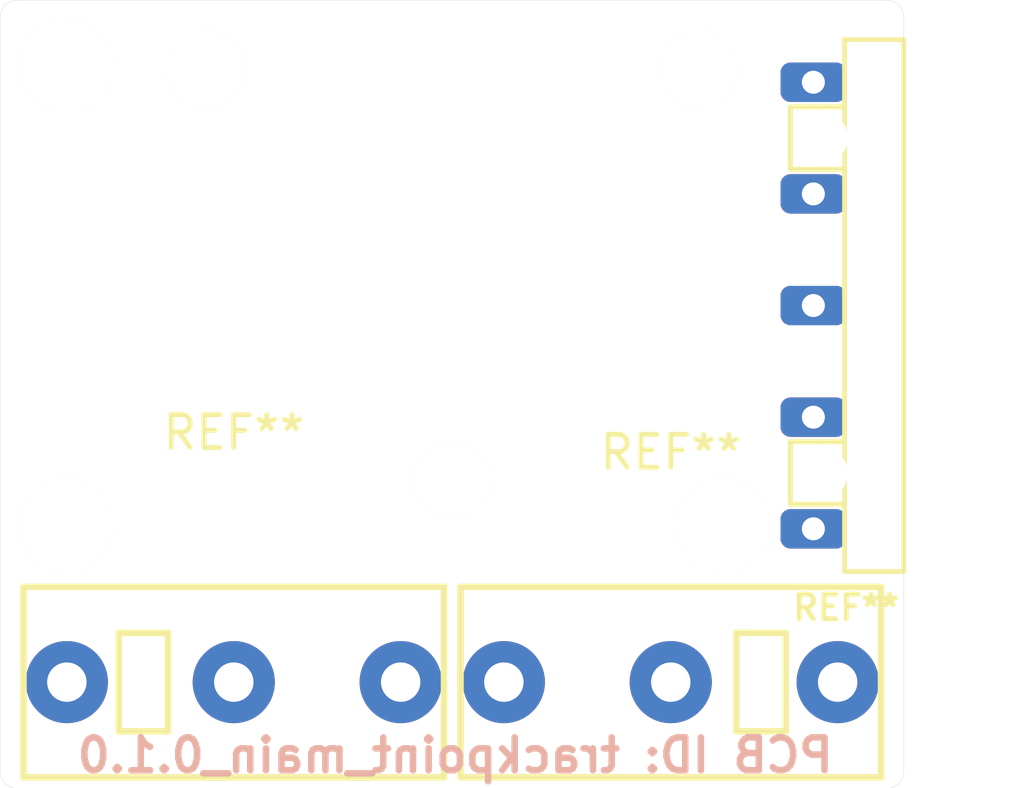
<source format=kicad_pcb>
(kicad_pcb (version 20171130) (host pcbnew 5.1.2-f72e74a~84~ubuntu18.04.1)

  (general
    (thickness 1.6)
    (drawings 9)
    (tracks 0)
    (zones 0)
    (modules 9)
    (nets 1)
  )

  (page A3)
  (title_block
    (title "UHK Trackpoint Module - Main")
    (rev 0.1.0)
    (company "Ultimate Gadget Laboratories Kft.")
  )

  (layers
    (0 F.Cu signal)
    (31 B.Cu signal)
    (32 B.Adhes user)
    (33 F.Adhes user)
    (34 B.Paste user)
    (35 F.Paste user)
    (36 B.SilkS user)
    (37 F.SilkS user)
    (38 B.Mask user)
    (39 F.Mask user)
    (40 Dwgs.User user)
    (41 Cmts.User user)
    (42 Eco1.User user)
    (43 Eco2.User user)
    (44 Edge.Cuts user)
  )

  (setup
    (last_trace_width 0.254)
    (trace_clearance 0.254)
    (zone_clearance 0.508)
    (zone_45_only no)
    (trace_min 0.254)
    (via_size 0.889)
    (via_drill 0.635)
    (via_min_size 0.889)
    (via_min_drill 0.508)
    (uvia_size 0.508)
    (uvia_drill 0.127)
    (uvias_allowed no)
    (uvia_min_size 0.508)
    (uvia_min_drill 0.127)
    (edge_width 0.1)
    (segment_width 0.2)
    (pcb_text_width 0.3)
    (pcb_text_size 1.5 1.5)
    (mod_edge_width 0.15)
    (mod_text_size 1 1)
    (mod_text_width 0.15)
    (pad_size 1.5 1.5)
    (pad_drill 0.6)
    (pad_to_mask_clearance 0)
    (aux_axis_origin 0 0)
    (visible_elements FFFFEF7F)
    (pcbplotparams
      (layerselection 0x00030_ffffffff)
      (usegerberextensions true)
      (usegerberattributes false)
      (usegerberadvancedattributes false)
      (creategerberjobfile false)
      (excludeedgelayer true)
      (linewidth 0.150000)
      (plotframeref false)
      (viasonmask false)
      (mode 1)
      (useauxorigin false)
      (hpglpennumber 1)
      (hpglpenspeed 20)
      (hpglpendiameter 15.000000)
      (psnegative false)
      (psa4output false)
      (plotreference true)
      (plotvalue true)
      (plotinvisibletext false)
      (padsonsilk false)
      (subtractmaskfromsilk false)
      (outputformat 1)
      (mirror false)
      (drillshape 1)
      (scaleselection 1)
      (outputdirectory ""))
  )

  (net 0 "")

  (net_class Default "This is the default net class."
    (clearance 0.254)
    (trace_width 0.254)
    (via_dia 0.889)
    (via_drill 0.635)
    (uvia_dia 0.508)
    (uvia_drill 0.127)
  )

  (module ugl:CMI126603D08 locked (layer F.Cu) (tedit 5CE29E9C) (tstamp 5CEDA412)
    (at 199.360001 144.268997)
    (fp_text reference REF** (at 0 -7.6) (layer F.SilkS)
      (effects (font (size 1 1) (thickness 0.15)))
    )
    (fp_text value CMI126603D08 (at 0 8.8) (layer F.Fab)
      (effects (font (size 1 1) (thickness 0.15)))
    )
    (fp_line (start -3.5 1.5) (end -3.5 -1.5) (layer F.SilkS) (width 0.2))
    (fp_line (start -2 1.5) (end -3.5 1.5) (layer F.SilkS) (width 0.2))
    (fp_line (start -2 -1.5) (end -2 1.5) (layer F.SilkS) (width 0.2))
    (fp_line (start -3.5 -1.5) (end -2 -1.5) (layer F.SilkS) (width 0.2))
    (fp_line (start 6.4 -2.9) (end 6.4 2.9) (layer F.SilkS) (width 0.2))
    (fp_line (start -6.4 2.9) (end 6.4 2.9) (layer F.SilkS) (width 0.2))
    (fp_line (start -6.4 -2.9) (end -6.4 2.9) (layer F.SilkS) (width 0.2))
    (fp_line (start 6.4 -2.9) (end -6.4 -2.9) (layer F.SilkS) (width 0.2))
    (pad 3 thru_hole circle (at 5.08 0) (size 2.5 2.5) (drill 1.2) (layers *.Cu *.Mask))
    (pad 2 thru_hole circle (at 0 0) (size 2.5 2.5) (drill 1.2) (layers *.Cu *.Mask))
    (pad 1 thru_hole circle (at -5.08 0) (size 2.5 2.5) (drill 1.2) (layers *.Cu *.Mask))
  )

  (module ugl:UHK_Male_Pogo_Pin_v2 locked (layer F.Cu) (tedit 5CCF4290) (tstamp 5CEDB663)
    (at 219.75 132.800003)
    (attr virtual)
    (fp_text reference REF** (at -1.75 9.199997) (layer F.SilkS)
      (effects (font (size 0.75 0.75) (thickness 0.15)))
    )
    (fp_text value VAL** (at 0 -9.95 180) (layer F.SilkS) hide
      (effects (font (size 0.75 0.75) (thickness 0.15)))
    )
    (fp_line (start 2.5 -9.1) (end 2.5 9.3) (layer Cmts.User) (width 0.15))
    (fp_line (start 0 9.3) (end 2.5 9.3) (layer Cmts.User) (width 0.15))
    (fp_line (start -1.8 8.1) (end -1.8 -8.1) (layer F.SilkS) (width 0.15))
    (fp_line (start 0 -9.1) (end 2.5 -9.1) (layer Cmts.User) (width 0.15))
    (fp_line (start 2.5 -7.3) (end 3 -7.3) (layer Cmts.User) (width 0.15))
    (fp_line (start 2.5 -6.3) (end 3 -6.3) (layer Cmts.User) (width 0.15))
    (fp_arc (start 3.1 -6.8) (end 3.1 -6.3) (angle -180) (layer Cmts.User) (width 0.15))
    (fp_line (start 2.5 -2.9) (end 3 -2.9) (layer Cmts.User) (width 0.15))
    (fp_line (start 2.5 -3.9) (end 3 -3.9) (layer Cmts.User) (width 0.15))
    (fp_arc (start 3.1 -3.4) (end 3.1 -2.9) (angle -180) (layer Cmts.User) (width 0.15))
    (fp_line (start 2.5 0.5) (end 3 0.5) (layer Cmts.User) (width 0.15))
    (fp_line (start 2.5 -0.5) (end 3 -0.5) (layer Cmts.User) (width 0.15))
    (fp_arc (start 3.1 0) (end 3.1 0.5) (angle -180) (layer Cmts.User) (width 0.15))
    (fp_line (start 2.5 3.9) (end 3 3.9) (layer Cmts.User) (width 0.15))
    (fp_line (start 2.5 2.9) (end 3 2.9) (layer Cmts.User) (width 0.15))
    (fp_arc (start 3.1 3.4) (end 3.1 3.9) (angle -180) (layer Cmts.User) (width 0.15))
    (fp_line (start 2.5 7.3) (end 3 7.3) (layer Cmts.User) (width 0.15))
    (fp_line (start 2.5 6.3) (end 3 6.3) (layer Cmts.User) (width 0.15))
    (fp_arc (start 3.1 6.8) (end 3.1 7.3) (angle -180) (layer Cmts.User) (width 0.15))
    (fp_line (start 0 9.3) (end 0 -9.1) (layer Cmts.User) (width 0.15))
    (fp_line (start -1.8 -8.1) (end 0 -8.1) (layer F.SilkS) (width 0.15))
    (fp_line (start 0 8.1) (end -1.8 8.1) (layer F.SilkS) (width 0.15))
    (fp_line (start -1.8 -6.05) (end -3.45 -6.05) (layer F.SilkS) (width 0.15))
    (fp_line (start -3.45 -6.05) (end -3.45 -4.15) (layer F.SilkS) (width 0.15))
    (fp_line (start -3.45 -4.15) (end -1.8 -4.15) (layer F.SilkS) (width 0.15))
    (fp_line (start -1.8 6.05) (end -3.45 6.05) (layer F.SilkS) (width 0.15))
    (fp_line (start -3.45 6.05) (end -3.45 4.15) (layer F.SilkS) (width 0.15))
    (fp_line (start -3.45 4.15) (end -1.8 4.15) (layer F.SilkS) (width 0.15))
    (fp_line (start 0 8.1) (end 0 -8.1) (layer F.SilkS) (width 0.15))
    (pad 1 thru_hole roundrect (at -2.75 -6.8) (size 2 1.2) (drill 0.7) (layers *.Cu *.Mask) (roundrect_rratio 0.25)
      (clearance 0.0762))
    (pad 2 thru_hole roundrect (at -2.75 -3.4) (size 2 1.2) (drill 0.7) (layers *.Cu *.Mask) (roundrect_rratio 0.25)
      (clearance 0.0762))
    (pad 3 thru_hole roundrect (at -2.75 0) (size 2 1.2) (drill 0.7) (layers *.Cu *.Mask) (roundrect_rratio 0.25))
    (pad 4 thru_hole roundrect (at -2.75 3.4) (size 2 1.2) (drill 0.7) (layers *.Cu *.Mask) (roundrect_rratio 0.25)
      (clearance 0.0762))
    (pad 5 thru_hole roundrect (at -2.75 6.8) (size 2 1.2) (drill 0.7) (layers *.Cu *.Mask) (roundrect_rratio 0.25)
      (clearance 0.0762))
    (pad "" np_thru_hole circle (at -2.5 -5.1) (size 1.6 1.6) (drill 1.6) (layers *.Cu *.Mask)
      (clearance 0.00254))
    (pad "" np_thru_hole circle (at -2.5 5.1 180) (size 1.6 1.6) (drill 1.6) (layers *.Cu *.Mask)
      (clearance 0.00254))
  )

  (module ugl:CMI126603D08 locked (layer F.Cu) (tedit 5CE29E9C) (tstamp 5CEDA308)
    (at 212.660004 144.268997 180)
    (fp_text reference REF** (at 0 7) (layer F.SilkS)
      (effects (font (size 1 1) (thickness 0.15)))
    )
    (fp_text value CMI126603D08 (at 0 8.8) (layer F.Fab)
      (effects (font (size 1 1) (thickness 0.15)))
    )
    (fp_line (start 6.4 -2.9) (end -6.4 -2.9) (layer F.SilkS) (width 0.2))
    (fp_line (start -6.4 -2.9) (end -6.4 2.9) (layer F.SilkS) (width 0.2))
    (fp_line (start -6.4 2.9) (end 6.4 2.9) (layer F.SilkS) (width 0.2))
    (fp_line (start 6.4 -2.9) (end 6.4 2.9) (layer F.SilkS) (width 0.2))
    (fp_line (start -3.5 -1.5) (end -2 -1.5) (layer F.SilkS) (width 0.2))
    (fp_line (start -2 -1.5) (end -2 1.5) (layer F.SilkS) (width 0.2))
    (fp_line (start -2 1.5) (end -3.5 1.5) (layer F.SilkS) (width 0.2))
    (fp_line (start -3.5 1.5) (end -3.5 -1.5) (layer F.SilkS) (width 0.2))
    (pad 1 thru_hole circle (at -5.08 0 180) (size 2.5 2.5) (drill 1.2) (layers *.Cu *.Mask))
    (pad 2 thru_hole circle (at 0 0 180) (size 2.5 2.5) (drill 1.2) (layers *.Cu *.Mask))
    (pad 3 thru_hole circle (at 5.08 0 180) (size 2.5 2.5) (drill 1.2) (layers *.Cu *.Mask))
  )

  (module UGL:hole_2.9000000953674316mm locked (layer F.Cu) (tedit 5874311E) (tstamp 5295D75B)
    (at 194.25 125.5)
    (attr virtual)
    (fp_text reference "" (at 0 0) (layer F.SilkS)
      (effects (font (size 1.27 1.27) (thickness 0.15)))
    )
    (fp_text value "" (at 0 0) (layer F.SilkS)
      (effects (font (size 1.27 1.27) (thickness 0.15)))
    )
    (pad "" np_thru_hole circle (at 0 0) (size 2.9 2.9) (drill 2.9) (layers *.Cu *.Mask F.SilkS)
      (clearance 0.00001))
  )

  (module UGL:hole_2.4000000953674316mm locked (layer F.Cu) (tedit 5874311E) (tstamp 5295D75B)
    (at 206.010002 138.119003)
    (attr virtual)
    (fp_text reference "" (at 0 0) (layer F.SilkS)
      (effects (font (size 1.27 1.27) (thickness 0.15)))
    )
    (fp_text value "" (at 0 0) (layer F.SilkS)
      (effects (font (size 1.27 1.27) (thickness 0.15)))
    )
    (pad "" np_thru_hole circle (at 0 0) (size 2.4 2.4) (drill 2.4) (layers *.Cu *.Mask F.SilkS)
      (clearance 0.00001))
  )

  (module UGL:hole_2.4000000953674316mm locked (layer F.Cu) (tedit 5874311E) (tstamp 5295D75B)
    (at 213.510002 125.619003)
    (attr virtual)
    (fp_text reference "" (at 0 0) (layer F.SilkS)
      (effects (font (size 1.27 1.27) (thickness 0.15)))
    )
    (fp_text value "" (at 0 0) (layer F.SilkS)
      (effects (font (size 1.27 1.27) (thickness 0.15)))
    )
    (pad "" np_thru_hole circle (at 0 0) (size 2.4 2.4) (drill 2.4) (layers *.Cu *.Mask F.SilkS)
      (clearance 0.00001))
  )

  (module UGL:hole_2.4000000953674316mm locked (layer F.Cu) (tedit 5874311E) (tstamp 5295D75B)
    (at 198.510002 125.619003)
    (attr virtual)
    (fp_text reference "" (at 0 0) (layer F.SilkS)
      (effects (font (size 1.27 1.27) (thickness 0.15)))
    )
    (fp_text value "" (at 0 0) (layer F.SilkS)
      (effects (font (size 1.27 1.27) (thickness 0.15)))
    )
    (pad "" np_thru_hole circle (at 0 0) (size 2.4 2.4) (drill 2.4) (layers *.Cu *.Mask F.SilkS)
      (clearance 0.00001))
  )

  (module UGL:hole_2.9000000953674316mm locked (layer F.Cu) (tedit 5874311E) (tstamp 5295D75B)
    (at 214.25 139.5)
    (attr virtual)
    (fp_text reference "" (at 0 0) (layer F.SilkS)
      (effects (font (size 1.27 1.27) (thickness 0.15)))
    )
    (fp_text value "" (at 0 0) (layer F.SilkS)
      (effects (font (size 1.27 1.27) (thickness 0.15)))
    )
    (pad "" np_thru_hole circle (at 0 0) (size 2.9 2.9) (drill 2.9) (layers *.Cu *.Mask F.SilkS)
      (clearance 0.00001))
  )

  (module UGL:hole_2.9000000953674316mm locked (layer F.Cu) (tedit 5874311E) (tstamp 5295D75B)
    (at 194.25 139.5)
    (attr virtual)
    (fp_text reference "" (at 0 0) (layer F.SilkS)
      (effects (font (size 1.27 1.27) (thickness 0.15)))
    )
    (fp_text value "" (at 0 0) (layer F.SilkS)
      (effects (font (size 1.27 1.27) (thickness 0.15)))
    )
    (pad "" np_thru_hole circle (at 0 0) (size 2.9 2.9) (drill 2.9) (layers *.Cu *.Mask F.SilkS)
      (clearance 0.00001))
  )

  (gr_text "PCB ID: trackpoint_main_0.1.0" (at 206.1 146.5) (layer B.SilkS)
    (effects (font (size 1 1) (thickness 0.2)) (justify mirror))
  )
  (gr_arc (start 192.75 124.000007) (end 192.75 123.5) (angle -90.00451968) (layer Edge.Cuts) (width 0.01))
  (gr_arc (start 192.75 146.999993) (end 192.25 147) (angle -89.99010657) (layer Edge.Cuts) (width 0.01))
  (gr_arc (start 219.25 146.999993) (end 219.25 147.5) (angle -90.00451968) (layer Edge.Cuts) (width 0.01))
  (gr_arc (start 219.25 124.000007) (end 219.75 124) (angle -89.99010657) (layer Edge.Cuts) (width 0.01))
  (gr_line (start 219.25 123.5) (end 192.75 123.5) (angle 90) (layer Edge.Cuts) (width 0.01))
  (gr_line (start 192.25 124) (end 192.25 147) (angle 90) (layer Edge.Cuts) (width 0.01))
  (gr_line (start 192.75 147.5) (end 219.25 147.5) (angle 90) (layer Edge.Cuts) (width 0.01))
  (gr_line (start 219.75 147) (end 219.75 124) (angle 90) (layer Edge.Cuts) (width 0.01))

)

</source>
